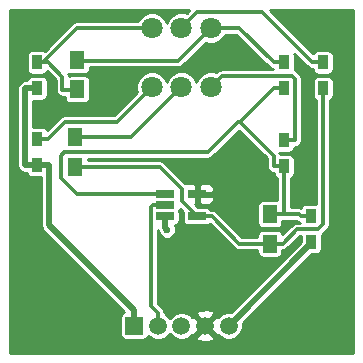
<source format=gtl>
%TF.GenerationSoftware,KiCad,Pcbnew,4.0.7*%
%TF.CreationDate,2018-01-14T16:32:45+11:00*%
%TF.ProjectId,BT_STACK,42545F535441434B2E6B696361645F70,rev?*%
%TF.FileFunction,Copper,L1,Top,Signal*%
%FSLAX46Y46*%
G04 Gerber Fmt 4.6, Leading zero omitted, Abs format (unit mm)*
G04 Created by KiCad (PCBNEW 4.0.7) date 01/14/18 16:32:45*
%MOMM*%
%LPD*%
G01*
G04 APERTURE LIST*
%ADD10C,0.100000*%
%ADD11R,0.900000X1.200000*%
%ADD12R,1.560000X0.650000*%
%ADD13R,1.250000X1.500000*%
%ADD14R,1.500000X1.500000*%
%ADD15C,1.500000*%
%ADD16C,1.800000*%
%ADD17C,0.600000*%
%ADD18C,0.500000*%
%ADD19C,0.300000*%
%ADD20C,0.254000*%
G04 APERTURE END LIST*
D10*
D11*
X193700000Y-75100000D03*
X193700000Y-72900000D03*
D12*
X183650000Y-84050000D03*
X183650000Y-85000000D03*
X183650000Y-85950000D03*
X186350000Y-85950000D03*
X186350000Y-84050000D03*
D13*
X176000000Y-79250000D03*
X176000000Y-81750000D03*
X192500000Y-85750000D03*
X192500000Y-88250000D03*
D11*
X197000000Y-72900000D03*
X197000000Y-75100000D03*
X172800000Y-72900000D03*
X172800000Y-75100000D03*
X172800000Y-79400000D03*
X172800000Y-81600000D03*
X193700000Y-81700000D03*
X193700000Y-79500000D03*
X196000000Y-88100000D03*
X196000000Y-85900000D03*
D14*
X181000000Y-95200000D03*
D15*
X183000000Y-95200000D03*
X185000000Y-95200000D03*
X187000000Y-95200000D03*
X189000000Y-95200000D03*
D16*
X187500000Y-70000000D03*
X185000000Y-70000000D03*
X182500000Y-70000000D03*
X187500000Y-75000000D03*
X185000000Y-75000000D03*
X182500000Y-75000000D03*
D13*
X176200000Y-72700000D03*
X176200000Y-75200000D03*
D17*
X187900000Y-84100000D03*
X183800000Y-87100000D03*
D18*
X187900000Y-84100000D02*
X186400000Y-84100000D01*
X186400000Y-84100000D02*
X186350000Y-84050000D01*
X183650000Y-85950000D02*
X183650000Y-86950000D01*
X183650000Y-86950000D02*
X183800000Y-87100000D01*
X171799700Y-81600000D02*
X171799700Y-75100000D01*
X172800000Y-81600000D02*
X171799700Y-81600000D01*
X172800000Y-75100000D02*
X171799700Y-75100000D01*
X173800300Y-86700000D02*
X173800300Y-81600000D01*
X181000000Y-93899700D02*
X173800300Y-86700000D01*
X172800000Y-81600000D02*
X173800300Y-81600000D01*
X181000000Y-95200000D02*
X181000000Y-93899700D01*
D19*
X180750000Y-79250000D02*
X176000000Y-79250000D01*
X185000000Y-75000000D02*
X180750000Y-79250000D01*
X185064000Y-84664100D02*
X186350000Y-85950000D01*
X185064000Y-83662300D02*
X185064000Y-84664100D01*
X183152000Y-81750000D02*
X185064000Y-83662300D01*
X176000000Y-81750000D02*
X183152000Y-81750000D01*
X189880000Y-88250000D02*
X192500000Y-88250000D01*
X187580000Y-85950000D02*
X189880000Y-88250000D01*
X186350000Y-85950000D02*
X187580000Y-85950000D01*
X197000000Y-86593800D02*
X197000000Y-75100000D01*
X196544000Y-87049600D02*
X197000000Y-86593800D01*
X194776000Y-87049600D02*
X196544000Y-87049600D01*
X193575000Y-88250000D02*
X194776000Y-87049600D01*
X192500000Y-88250000D02*
X193575000Y-88250000D01*
X189950000Y-77949800D02*
X189775000Y-77949800D01*
X187225000Y-80500100D02*
X175099900Y-80500100D01*
X189775000Y-77949800D02*
X187225000Y-80500100D01*
X175099900Y-80500100D02*
X174800000Y-80800000D01*
X174800000Y-80800000D02*
X174800000Y-82700000D01*
X176150000Y-84050000D02*
X183650000Y-84050000D01*
X174800000Y-82700000D02*
X176150000Y-84050000D01*
X192500000Y-85750000D02*
X193700000Y-85750000D01*
X195100000Y-85900000D02*
X196000000Y-85900000D01*
X194950000Y-85750000D02*
X195100000Y-85900000D01*
X193700000Y-85750000D02*
X194950000Y-85750000D01*
X193700000Y-85750000D02*
X193700000Y-81700000D01*
X192800000Y-75100000D02*
X193700000Y-75100000D01*
X189950000Y-77949800D02*
X192800000Y-75100000D01*
X192800000Y-80799700D02*
X189950000Y-77949800D01*
X192800000Y-81700000D02*
X192800000Y-80799700D01*
X193700000Y-81700000D02*
X192800000Y-81700000D01*
X189899700Y-70000000D02*
X192799700Y-72900000D01*
X187500000Y-70000000D02*
X189899700Y-70000000D01*
X193700000Y-72900000D02*
X192799700Y-72900000D01*
X184750000Y-72750000D02*
X187500000Y-70000000D01*
X176000000Y-72750000D02*
X184750000Y-72750000D01*
X172800000Y-72900000D02*
X173250000Y-72900000D01*
X174925000Y-75250000D02*
X176000000Y-75250000D01*
X174925000Y-74124400D02*
X174925000Y-75250000D01*
X173700000Y-72900000D02*
X174925000Y-74124400D01*
X173250000Y-72900000D02*
X173700000Y-72900000D01*
X176150000Y-70000000D02*
X182500000Y-70000000D01*
X173250000Y-72900000D02*
X176150000Y-70000000D01*
D18*
X196000000Y-88200000D02*
X196000000Y-88100000D01*
X189000000Y-95200000D02*
X196000000Y-88200000D01*
D19*
X191846500Y-68646800D02*
X196099700Y-72900000D01*
X186353200Y-68646800D02*
X191846500Y-68646800D01*
X185000000Y-70000000D02*
X186353200Y-68646800D01*
X197000000Y-72900000D02*
X196099700Y-72900000D01*
X175125300Y-77975000D02*
X173700300Y-79400000D01*
X179525000Y-77975000D02*
X175125300Y-77975000D01*
X182500000Y-75000000D02*
X179525000Y-77975000D01*
X172800000Y-79400000D02*
X173700300Y-79400000D01*
X194600300Y-74274500D02*
X194600300Y-79500000D01*
X194375400Y-74049600D02*
X194600300Y-74274500D01*
X188450400Y-74049600D02*
X194375400Y-74049600D01*
X187500000Y-75000000D02*
X188450400Y-74049600D01*
X193700000Y-79500000D02*
X194600300Y-79500000D01*
X183650000Y-85000000D02*
X182570000Y-85000000D01*
X182570000Y-85000000D02*
X182419999Y-85150001D01*
X182419999Y-85150001D02*
X182419999Y-93559339D01*
X182419999Y-93559339D02*
X183000000Y-94139340D01*
X183000000Y-94139340D02*
X183000000Y-95200000D01*
D20*
G36*
X185438692Y-68745307D02*
X185265115Y-68673231D01*
X184737202Y-68672771D01*
X184249297Y-68874369D01*
X183875681Y-69247334D01*
X183749940Y-69550149D01*
X183625631Y-69249297D01*
X183252666Y-68875681D01*
X182765115Y-68673231D01*
X182237202Y-68672771D01*
X181749297Y-68874369D01*
X181375681Y-69247334D01*
X181302738Y-69423000D01*
X176150000Y-69423000D01*
X175929192Y-69466922D01*
X175741999Y-69591999D01*
X175741997Y-69592002D01*
X173428697Y-71905301D01*
X173419381Y-71898936D01*
X173250000Y-71864635D01*
X172350000Y-71864635D01*
X172191763Y-71894409D01*
X172046433Y-71987927D01*
X171948936Y-72130619D01*
X171914635Y-72300000D01*
X171914635Y-73500000D01*
X171944409Y-73658237D01*
X172037927Y-73803567D01*
X172180619Y-73901064D01*
X172350000Y-73935365D01*
X173250000Y-73935365D01*
X173408237Y-73905591D01*
X173553567Y-73812073D01*
X173651064Y-73669381D01*
X173651484Y-73667309D01*
X174348000Y-74363484D01*
X174348000Y-75250000D01*
X174391922Y-75470808D01*
X174516999Y-75658001D01*
X174704192Y-75783078D01*
X174925000Y-75827000D01*
X175139635Y-75827000D01*
X175139635Y-75950000D01*
X175169409Y-76108237D01*
X175262927Y-76253567D01*
X175405619Y-76351064D01*
X175575000Y-76385365D01*
X176825000Y-76385365D01*
X176983237Y-76355591D01*
X177128567Y-76262073D01*
X177226064Y-76119381D01*
X177260365Y-75950000D01*
X177260365Y-74450000D01*
X177230591Y-74291763D01*
X177137073Y-74146433D01*
X176994381Y-74048936D01*
X176825000Y-74014635D01*
X175575000Y-74014635D01*
X175483592Y-74031834D01*
X175479893Y-74013263D01*
X175458078Y-73903592D01*
X175458038Y-73903532D01*
X175458024Y-73903461D01*
X175425716Y-73855134D01*
X175575000Y-73885365D01*
X176825000Y-73885365D01*
X176983237Y-73855591D01*
X177128567Y-73762073D01*
X177226064Y-73619381D01*
X177260365Y-73450000D01*
X177260365Y-73327000D01*
X184749995Y-73327000D01*
X184750000Y-73327001D01*
X184970808Y-73283078D01*
X185158001Y-73158001D01*
X187061308Y-71254693D01*
X187234885Y-71326769D01*
X187762798Y-71327229D01*
X188250703Y-71125631D01*
X188624319Y-70752666D01*
X188697262Y-70577000D01*
X189660698Y-70577000D01*
X192391697Y-73307998D01*
X192391699Y-73308001D01*
X192578892Y-73433078D01*
X192777580Y-73472600D01*
X188450405Y-73472600D01*
X188450400Y-73472599D01*
X188229592Y-73516522D01*
X188042399Y-73641599D01*
X188042397Y-73641602D01*
X187938692Y-73745307D01*
X187765115Y-73673231D01*
X187237202Y-73672771D01*
X186749297Y-73874369D01*
X186375681Y-74247334D01*
X186249940Y-74550149D01*
X186125631Y-74249297D01*
X185752666Y-73875681D01*
X185265115Y-73673231D01*
X184737202Y-73672771D01*
X184249297Y-73874369D01*
X183875681Y-74247334D01*
X183749940Y-74550149D01*
X183625631Y-74249297D01*
X183252666Y-73875681D01*
X182765115Y-73673231D01*
X182237202Y-73672771D01*
X181749297Y-73874369D01*
X181375681Y-74247334D01*
X181173231Y-74734885D01*
X181172771Y-75262798D01*
X181245407Y-75438591D01*
X179285998Y-77398000D01*
X175125300Y-77398000D01*
X174904492Y-77441922D01*
X174717299Y-77566999D01*
X174717297Y-77567002D01*
X173650479Y-78633819D01*
X173562073Y-78496433D01*
X173419381Y-78398936D01*
X173250000Y-78364635D01*
X172476700Y-78364635D01*
X172476700Y-76135365D01*
X173250000Y-76135365D01*
X173408237Y-76105591D01*
X173553567Y-76012073D01*
X173651064Y-75869381D01*
X173685365Y-75700000D01*
X173685365Y-74500000D01*
X173655591Y-74341763D01*
X173562073Y-74196433D01*
X173419381Y-74098936D01*
X173250000Y-74064635D01*
X172350000Y-74064635D01*
X172191763Y-74094409D01*
X172046433Y-74187927D01*
X171948936Y-74330619D01*
X171930228Y-74423000D01*
X171799700Y-74423000D01*
X171540623Y-74474534D01*
X171320989Y-74621289D01*
X171174234Y-74840923D01*
X171122700Y-75100000D01*
X171122700Y-81600000D01*
X171174234Y-81859077D01*
X171320989Y-82078711D01*
X171540623Y-82225466D01*
X171799700Y-82277000D01*
X171929123Y-82277000D01*
X171944409Y-82358237D01*
X172037927Y-82503567D01*
X172180619Y-82601064D01*
X172350000Y-82635365D01*
X173123300Y-82635365D01*
X173123300Y-86700000D01*
X173174834Y-86959077D01*
X173203441Y-87001890D01*
X173321589Y-87178711D01*
X180172159Y-94029282D01*
X180091763Y-94044409D01*
X179946433Y-94137927D01*
X179848936Y-94280619D01*
X179814635Y-94450000D01*
X179814635Y-95950000D01*
X179844409Y-96108237D01*
X179937927Y-96253567D01*
X180080619Y-96351064D01*
X180250000Y-96385365D01*
X181750000Y-96385365D01*
X181908237Y-96355591D01*
X182053567Y-96262073D01*
X182151064Y-96119381D01*
X182168542Y-96033074D01*
X182332412Y-96197230D01*
X182764853Y-96376795D01*
X183233093Y-96377204D01*
X183665846Y-96198394D01*
X183997230Y-95867588D01*
X183999784Y-95861437D01*
X184001606Y-95865846D01*
X184332412Y-96197230D01*
X184764853Y-96376795D01*
X185233093Y-96377204D01*
X185665846Y-96198394D01*
X185692769Y-96171517D01*
X186208088Y-96171517D01*
X186276077Y-96412460D01*
X186795171Y-96597201D01*
X187345448Y-96569230D01*
X187723923Y-96412460D01*
X187791912Y-96171517D01*
X187000000Y-95379605D01*
X186208088Y-96171517D01*
X185692769Y-96171517D01*
X185907022Y-95957638D01*
X186028483Y-95991912D01*
X186820395Y-95200000D01*
X186028483Y-94408088D01*
X185906819Y-94442419D01*
X185693257Y-94228483D01*
X186208088Y-94228483D01*
X187000000Y-95020395D01*
X187791912Y-94228483D01*
X187723923Y-93987540D01*
X187204829Y-93802799D01*
X186654552Y-93830770D01*
X186276077Y-93987540D01*
X186208088Y-94228483D01*
X185693257Y-94228483D01*
X185667588Y-94202770D01*
X185235147Y-94023205D01*
X184766907Y-94022796D01*
X184334154Y-94201606D01*
X184002770Y-94532412D01*
X184000216Y-94538563D01*
X183998394Y-94534154D01*
X183667588Y-94202770D01*
X183577000Y-94165155D01*
X183577000Y-94139340D01*
X183533078Y-93918532D01*
X183408001Y-93731339D01*
X183407998Y-93731337D01*
X182996999Y-93320337D01*
X182996999Y-87070650D01*
X183024534Y-87209077D01*
X183113420Y-87342104D01*
X183183320Y-87511275D01*
X183387650Y-87715961D01*
X183654756Y-87826874D01*
X183943975Y-87827126D01*
X184211275Y-87716680D01*
X184415961Y-87512350D01*
X184526874Y-87245244D01*
X184527126Y-86956025D01*
X184425621Y-86710365D01*
X184430000Y-86710365D01*
X184588237Y-86680591D01*
X184733567Y-86587073D01*
X184831064Y-86444381D01*
X184865365Y-86275000D01*
X184865365Y-85625000D01*
X184836104Y-85469491D01*
X184865365Y-85325000D01*
X184865365Y-85281450D01*
X185147148Y-85563211D01*
X185134635Y-85625000D01*
X185134635Y-86275000D01*
X185164409Y-86433237D01*
X185257927Y-86578567D01*
X185400619Y-86676064D01*
X185570000Y-86710365D01*
X187130000Y-86710365D01*
X187288237Y-86680591D01*
X187413794Y-86599796D01*
X189471997Y-88657998D01*
X189471999Y-88658001D01*
X189659192Y-88783078D01*
X189880000Y-88827000D01*
X191439635Y-88827000D01*
X191439635Y-89000000D01*
X191469409Y-89158237D01*
X191562927Y-89303567D01*
X191705619Y-89401064D01*
X191875000Y-89435365D01*
X193125000Y-89435365D01*
X193283237Y-89405591D01*
X193428567Y-89312073D01*
X193526064Y-89169381D01*
X193560365Y-89000000D01*
X193560365Y-88827000D01*
X193574851Y-88827000D01*
X193574856Y-88827001D01*
X193574861Y-88827000D01*
X193575000Y-88827000D01*
X193683496Y-88805419D01*
X193795675Y-88783133D01*
X193795736Y-88783092D01*
X193795808Y-88783078D01*
X193889315Y-88720599D01*
X193982899Y-88658103D01*
X195014917Y-87626600D01*
X195114635Y-87626600D01*
X195114635Y-88127943D01*
X189219387Y-94023191D01*
X188766907Y-94022796D01*
X188334154Y-94201606D01*
X188092978Y-94442362D01*
X187971517Y-94408088D01*
X187179605Y-95200000D01*
X187971517Y-95991912D01*
X188093181Y-95957581D01*
X188332412Y-96197230D01*
X188764853Y-96376795D01*
X189233093Y-96377204D01*
X189665846Y-96198394D01*
X189997230Y-95867588D01*
X190176795Y-95435147D01*
X190177192Y-94980230D01*
X196022057Y-89135365D01*
X196450000Y-89135365D01*
X196608237Y-89105591D01*
X196753567Y-89012073D01*
X196851064Y-88869381D01*
X196885365Y-88700000D01*
X196885365Y-87502133D01*
X196951911Y-87457690D01*
X196951998Y-87457603D01*
X196952001Y-87457601D01*
X196952003Y-87457598D01*
X197407911Y-87001890D01*
X197407946Y-87001838D01*
X197408001Y-87001801D01*
X197472286Y-86905591D01*
X197533029Y-86814725D01*
X197533041Y-86814663D01*
X197533078Y-86814608D01*
X197554789Y-86705463D01*
X197577001Y-86593927D01*
X197576988Y-86593861D01*
X197577000Y-86593800D01*
X197577000Y-76111469D01*
X197608237Y-76105591D01*
X197753567Y-76012073D01*
X197851064Y-75869381D01*
X197885365Y-75700000D01*
X197885365Y-74500000D01*
X197855591Y-74341763D01*
X197762073Y-74196433D01*
X197619381Y-74098936D01*
X197450000Y-74064635D01*
X196550000Y-74064635D01*
X196391763Y-74094409D01*
X196246433Y-74187927D01*
X196148936Y-74330619D01*
X196114635Y-74500000D01*
X196114635Y-75700000D01*
X196144409Y-75858237D01*
X196237927Y-76003567D01*
X196380619Y-76101064D01*
X196423000Y-76109646D01*
X196423000Y-84864635D01*
X195550000Y-84864635D01*
X195391763Y-84894409D01*
X195246433Y-84987927D01*
X195148936Y-85130619D01*
X195132983Y-85209398D01*
X194950000Y-85172999D01*
X194949995Y-85173000D01*
X194277000Y-85173000D01*
X194277000Y-82711469D01*
X194308237Y-82705591D01*
X194453567Y-82612073D01*
X194551064Y-82469381D01*
X194585365Y-82300000D01*
X194585365Y-81100000D01*
X194555591Y-80941763D01*
X194462073Y-80796433D01*
X194319381Y-80698936D01*
X194150000Y-80664635D01*
X193350134Y-80664635D01*
X193333078Y-80578892D01*
X193333075Y-80578888D01*
X193333074Y-80578882D01*
X193303996Y-80535365D01*
X194150000Y-80535365D01*
X194308237Y-80505591D01*
X194453567Y-80412073D01*
X194551064Y-80269381D01*
X194585365Y-80100000D01*
X194585365Y-80077000D01*
X194600300Y-80077000D01*
X194821108Y-80033078D01*
X195008301Y-79908001D01*
X195133378Y-79720808D01*
X195177300Y-79500000D01*
X195177300Y-74274505D01*
X195177301Y-74274500D01*
X195133378Y-74053692D01*
X195033085Y-73903592D01*
X195008301Y-73866499D01*
X195008298Y-73866497D01*
X194783401Y-73641599D01*
X194596208Y-73516522D01*
X194582569Y-73513809D01*
X194585365Y-73500000D01*
X194585365Y-72300000D01*
X194562574Y-72178876D01*
X195691699Y-73308001D01*
X195878892Y-73433078D01*
X196099700Y-73477000D01*
X196114635Y-73477000D01*
X196114635Y-73500000D01*
X196144409Y-73658237D01*
X196237927Y-73803567D01*
X196380619Y-73901064D01*
X196550000Y-73935365D01*
X197450000Y-73935365D01*
X197608237Y-73905591D01*
X197753567Y-73812073D01*
X197851064Y-73669381D01*
X197885365Y-73500000D01*
X197885365Y-72300000D01*
X197855591Y-72141763D01*
X197762073Y-71996433D01*
X197619381Y-71898936D01*
X197450000Y-71864635D01*
X196550000Y-71864635D01*
X196391763Y-71894409D01*
X196246433Y-71987927D01*
X196148936Y-72130619D01*
X196148496Y-72132794D01*
X192517702Y-68502000D01*
X199498000Y-68502000D01*
X199498000Y-97498000D01*
X170502000Y-97498000D01*
X170502000Y-68502000D01*
X185681999Y-68502000D01*
X185438692Y-68745307D01*
X185438692Y-68745307D01*
G37*
X185438692Y-68745307D02*
X185265115Y-68673231D01*
X184737202Y-68672771D01*
X184249297Y-68874369D01*
X183875681Y-69247334D01*
X183749940Y-69550149D01*
X183625631Y-69249297D01*
X183252666Y-68875681D01*
X182765115Y-68673231D01*
X182237202Y-68672771D01*
X181749297Y-68874369D01*
X181375681Y-69247334D01*
X181302738Y-69423000D01*
X176150000Y-69423000D01*
X175929192Y-69466922D01*
X175741999Y-69591999D01*
X175741997Y-69592002D01*
X173428697Y-71905301D01*
X173419381Y-71898936D01*
X173250000Y-71864635D01*
X172350000Y-71864635D01*
X172191763Y-71894409D01*
X172046433Y-71987927D01*
X171948936Y-72130619D01*
X171914635Y-72300000D01*
X171914635Y-73500000D01*
X171944409Y-73658237D01*
X172037927Y-73803567D01*
X172180619Y-73901064D01*
X172350000Y-73935365D01*
X173250000Y-73935365D01*
X173408237Y-73905591D01*
X173553567Y-73812073D01*
X173651064Y-73669381D01*
X173651484Y-73667309D01*
X174348000Y-74363484D01*
X174348000Y-75250000D01*
X174391922Y-75470808D01*
X174516999Y-75658001D01*
X174704192Y-75783078D01*
X174925000Y-75827000D01*
X175139635Y-75827000D01*
X175139635Y-75950000D01*
X175169409Y-76108237D01*
X175262927Y-76253567D01*
X175405619Y-76351064D01*
X175575000Y-76385365D01*
X176825000Y-76385365D01*
X176983237Y-76355591D01*
X177128567Y-76262073D01*
X177226064Y-76119381D01*
X177260365Y-75950000D01*
X177260365Y-74450000D01*
X177230591Y-74291763D01*
X177137073Y-74146433D01*
X176994381Y-74048936D01*
X176825000Y-74014635D01*
X175575000Y-74014635D01*
X175483592Y-74031834D01*
X175479893Y-74013263D01*
X175458078Y-73903592D01*
X175458038Y-73903532D01*
X175458024Y-73903461D01*
X175425716Y-73855134D01*
X175575000Y-73885365D01*
X176825000Y-73885365D01*
X176983237Y-73855591D01*
X177128567Y-73762073D01*
X177226064Y-73619381D01*
X177260365Y-73450000D01*
X177260365Y-73327000D01*
X184749995Y-73327000D01*
X184750000Y-73327001D01*
X184970808Y-73283078D01*
X185158001Y-73158001D01*
X187061308Y-71254693D01*
X187234885Y-71326769D01*
X187762798Y-71327229D01*
X188250703Y-71125631D01*
X188624319Y-70752666D01*
X188697262Y-70577000D01*
X189660698Y-70577000D01*
X192391697Y-73307998D01*
X192391699Y-73308001D01*
X192578892Y-73433078D01*
X192777580Y-73472600D01*
X188450405Y-73472600D01*
X188450400Y-73472599D01*
X188229592Y-73516522D01*
X188042399Y-73641599D01*
X188042397Y-73641602D01*
X187938692Y-73745307D01*
X187765115Y-73673231D01*
X187237202Y-73672771D01*
X186749297Y-73874369D01*
X186375681Y-74247334D01*
X186249940Y-74550149D01*
X186125631Y-74249297D01*
X185752666Y-73875681D01*
X185265115Y-73673231D01*
X184737202Y-73672771D01*
X184249297Y-73874369D01*
X183875681Y-74247334D01*
X183749940Y-74550149D01*
X183625631Y-74249297D01*
X183252666Y-73875681D01*
X182765115Y-73673231D01*
X182237202Y-73672771D01*
X181749297Y-73874369D01*
X181375681Y-74247334D01*
X181173231Y-74734885D01*
X181172771Y-75262798D01*
X181245407Y-75438591D01*
X179285998Y-77398000D01*
X175125300Y-77398000D01*
X174904492Y-77441922D01*
X174717299Y-77566999D01*
X174717297Y-77567002D01*
X173650479Y-78633819D01*
X173562073Y-78496433D01*
X173419381Y-78398936D01*
X173250000Y-78364635D01*
X172476700Y-78364635D01*
X172476700Y-76135365D01*
X173250000Y-76135365D01*
X173408237Y-76105591D01*
X173553567Y-76012073D01*
X173651064Y-75869381D01*
X173685365Y-75700000D01*
X173685365Y-74500000D01*
X173655591Y-74341763D01*
X173562073Y-74196433D01*
X173419381Y-74098936D01*
X173250000Y-74064635D01*
X172350000Y-74064635D01*
X172191763Y-74094409D01*
X172046433Y-74187927D01*
X171948936Y-74330619D01*
X171930228Y-74423000D01*
X171799700Y-74423000D01*
X171540623Y-74474534D01*
X171320989Y-74621289D01*
X171174234Y-74840923D01*
X171122700Y-75100000D01*
X171122700Y-81600000D01*
X171174234Y-81859077D01*
X171320989Y-82078711D01*
X171540623Y-82225466D01*
X171799700Y-82277000D01*
X171929123Y-82277000D01*
X171944409Y-82358237D01*
X172037927Y-82503567D01*
X172180619Y-82601064D01*
X172350000Y-82635365D01*
X173123300Y-82635365D01*
X173123300Y-86700000D01*
X173174834Y-86959077D01*
X173203441Y-87001890D01*
X173321589Y-87178711D01*
X180172159Y-94029282D01*
X180091763Y-94044409D01*
X179946433Y-94137927D01*
X179848936Y-94280619D01*
X179814635Y-94450000D01*
X179814635Y-95950000D01*
X179844409Y-96108237D01*
X179937927Y-96253567D01*
X180080619Y-96351064D01*
X180250000Y-96385365D01*
X181750000Y-96385365D01*
X181908237Y-96355591D01*
X182053567Y-96262073D01*
X182151064Y-96119381D01*
X182168542Y-96033074D01*
X182332412Y-96197230D01*
X182764853Y-96376795D01*
X183233093Y-96377204D01*
X183665846Y-96198394D01*
X183997230Y-95867588D01*
X183999784Y-95861437D01*
X184001606Y-95865846D01*
X184332412Y-96197230D01*
X184764853Y-96376795D01*
X185233093Y-96377204D01*
X185665846Y-96198394D01*
X185692769Y-96171517D01*
X186208088Y-96171517D01*
X186276077Y-96412460D01*
X186795171Y-96597201D01*
X187345448Y-96569230D01*
X187723923Y-96412460D01*
X187791912Y-96171517D01*
X187000000Y-95379605D01*
X186208088Y-96171517D01*
X185692769Y-96171517D01*
X185907022Y-95957638D01*
X186028483Y-95991912D01*
X186820395Y-95200000D01*
X186028483Y-94408088D01*
X185906819Y-94442419D01*
X185693257Y-94228483D01*
X186208088Y-94228483D01*
X187000000Y-95020395D01*
X187791912Y-94228483D01*
X187723923Y-93987540D01*
X187204829Y-93802799D01*
X186654552Y-93830770D01*
X186276077Y-93987540D01*
X186208088Y-94228483D01*
X185693257Y-94228483D01*
X185667588Y-94202770D01*
X185235147Y-94023205D01*
X184766907Y-94022796D01*
X184334154Y-94201606D01*
X184002770Y-94532412D01*
X184000216Y-94538563D01*
X183998394Y-94534154D01*
X183667588Y-94202770D01*
X183577000Y-94165155D01*
X183577000Y-94139340D01*
X183533078Y-93918532D01*
X183408001Y-93731339D01*
X183407998Y-93731337D01*
X182996999Y-93320337D01*
X182996999Y-87070650D01*
X183024534Y-87209077D01*
X183113420Y-87342104D01*
X183183320Y-87511275D01*
X183387650Y-87715961D01*
X183654756Y-87826874D01*
X183943975Y-87827126D01*
X184211275Y-87716680D01*
X184415961Y-87512350D01*
X184526874Y-87245244D01*
X184527126Y-86956025D01*
X184425621Y-86710365D01*
X184430000Y-86710365D01*
X184588237Y-86680591D01*
X184733567Y-86587073D01*
X184831064Y-86444381D01*
X184865365Y-86275000D01*
X184865365Y-85625000D01*
X184836104Y-85469491D01*
X184865365Y-85325000D01*
X184865365Y-85281450D01*
X185147148Y-85563211D01*
X185134635Y-85625000D01*
X185134635Y-86275000D01*
X185164409Y-86433237D01*
X185257927Y-86578567D01*
X185400619Y-86676064D01*
X185570000Y-86710365D01*
X187130000Y-86710365D01*
X187288237Y-86680591D01*
X187413794Y-86599796D01*
X189471997Y-88657998D01*
X189471999Y-88658001D01*
X189659192Y-88783078D01*
X189880000Y-88827000D01*
X191439635Y-88827000D01*
X191439635Y-89000000D01*
X191469409Y-89158237D01*
X191562927Y-89303567D01*
X191705619Y-89401064D01*
X191875000Y-89435365D01*
X193125000Y-89435365D01*
X193283237Y-89405591D01*
X193428567Y-89312073D01*
X193526064Y-89169381D01*
X193560365Y-89000000D01*
X193560365Y-88827000D01*
X193574851Y-88827000D01*
X193574856Y-88827001D01*
X193574861Y-88827000D01*
X193575000Y-88827000D01*
X193683496Y-88805419D01*
X193795675Y-88783133D01*
X193795736Y-88783092D01*
X193795808Y-88783078D01*
X193889315Y-88720599D01*
X193982899Y-88658103D01*
X195014917Y-87626600D01*
X195114635Y-87626600D01*
X195114635Y-88127943D01*
X189219387Y-94023191D01*
X188766907Y-94022796D01*
X188334154Y-94201606D01*
X188092978Y-94442362D01*
X187971517Y-94408088D01*
X187179605Y-95200000D01*
X187971517Y-95991912D01*
X188093181Y-95957581D01*
X188332412Y-96197230D01*
X188764853Y-96376795D01*
X189233093Y-96377204D01*
X189665846Y-96198394D01*
X189997230Y-95867588D01*
X190176795Y-95435147D01*
X190177192Y-94980230D01*
X196022057Y-89135365D01*
X196450000Y-89135365D01*
X196608237Y-89105591D01*
X196753567Y-89012073D01*
X196851064Y-88869381D01*
X196885365Y-88700000D01*
X196885365Y-87502133D01*
X196951911Y-87457690D01*
X196951998Y-87457603D01*
X196952001Y-87457601D01*
X196952003Y-87457598D01*
X197407911Y-87001890D01*
X197407946Y-87001838D01*
X197408001Y-87001801D01*
X197472286Y-86905591D01*
X197533029Y-86814725D01*
X197533041Y-86814663D01*
X197533078Y-86814608D01*
X197554789Y-86705463D01*
X197577001Y-86593927D01*
X197576988Y-86593861D01*
X197577000Y-86593800D01*
X197577000Y-76111469D01*
X197608237Y-76105591D01*
X197753567Y-76012073D01*
X197851064Y-75869381D01*
X197885365Y-75700000D01*
X197885365Y-74500000D01*
X197855591Y-74341763D01*
X197762073Y-74196433D01*
X197619381Y-74098936D01*
X197450000Y-74064635D01*
X196550000Y-74064635D01*
X196391763Y-74094409D01*
X196246433Y-74187927D01*
X196148936Y-74330619D01*
X196114635Y-74500000D01*
X196114635Y-75700000D01*
X196144409Y-75858237D01*
X196237927Y-76003567D01*
X196380619Y-76101064D01*
X196423000Y-76109646D01*
X196423000Y-84864635D01*
X195550000Y-84864635D01*
X195391763Y-84894409D01*
X195246433Y-84987927D01*
X195148936Y-85130619D01*
X195132983Y-85209398D01*
X194950000Y-85172999D01*
X194949995Y-85173000D01*
X194277000Y-85173000D01*
X194277000Y-82711469D01*
X194308237Y-82705591D01*
X194453567Y-82612073D01*
X194551064Y-82469381D01*
X194585365Y-82300000D01*
X194585365Y-81100000D01*
X194555591Y-80941763D01*
X194462073Y-80796433D01*
X194319381Y-80698936D01*
X194150000Y-80664635D01*
X193350134Y-80664635D01*
X193333078Y-80578892D01*
X193333075Y-80578888D01*
X193333074Y-80578882D01*
X193303996Y-80535365D01*
X194150000Y-80535365D01*
X194308237Y-80505591D01*
X194453567Y-80412073D01*
X194551064Y-80269381D01*
X194585365Y-80100000D01*
X194585365Y-80077000D01*
X194600300Y-80077000D01*
X194821108Y-80033078D01*
X195008301Y-79908001D01*
X195133378Y-79720808D01*
X195177300Y-79500000D01*
X195177300Y-74274505D01*
X195177301Y-74274500D01*
X195133378Y-74053692D01*
X195033085Y-73903592D01*
X195008301Y-73866499D01*
X195008298Y-73866497D01*
X194783401Y-73641599D01*
X194596208Y-73516522D01*
X194582569Y-73513809D01*
X194585365Y-73500000D01*
X194585365Y-72300000D01*
X194562574Y-72178876D01*
X195691699Y-73308001D01*
X195878892Y-73433078D01*
X196099700Y-73477000D01*
X196114635Y-73477000D01*
X196114635Y-73500000D01*
X196144409Y-73658237D01*
X196237927Y-73803567D01*
X196380619Y-73901064D01*
X196550000Y-73935365D01*
X197450000Y-73935365D01*
X197608237Y-73905591D01*
X197753567Y-73812073D01*
X197851064Y-73669381D01*
X197885365Y-73500000D01*
X197885365Y-72300000D01*
X197855591Y-72141763D01*
X197762073Y-71996433D01*
X197619381Y-71898936D01*
X197450000Y-71864635D01*
X196550000Y-71864635D01*
X196391763Y-71894409D01*
X196246433Y-71987927D01*
X196148936Y-72130619D01*
X196148496Y-72132794D01*
X192517702Y-68502000D01*
X199498000Y-68502000D01*
X199498000Y-97498000D01*
X170502000Y-97498000D01*
X170502000Y-68502000D01*
X185681999Y-68502000D01*
X185438692Y-68745307D01*
G36*
X192223000Y-81038707D02*
X192223000Y-81700000D01*
X192266922Y-81920808D01*
X192391999Y-82108001D01*
X192579192Y-82233078D01*
X192800000Y-82277000D01*
X192814635Y-82277000D01*
X192814635Y-82300000D01*
X192844409Y-82458237D01*
X192937927Y-82603567D01*
X193080619Y-82701064D01*
X193123000Y-82709646D01*
X193123000Y-84564635D01*
X191875000Y-84564635D01*
X191716763Y-84594409D01*
X191571433Y-84687927D01*
X191473936Y-84830619D01*
X191439635Y-85000000D01*
X191439635Y-86500000D01*
X191469409Y-86658237D01*
X191562927Y-86803567D01*
X191705619Y-86901064D01*
X191875000Y-86935365D01*
X193125000Y-86935365D01*
X193283237Y-86905591D01*
X193428567Y-86812073D01*
X193526064Y-86669381D01*
X193560365Y-86500000D01*
X193560365Y-86327000D01*
X194720433Y-86327000D01*
X194879192Y-86433078D01*
X195077875Y-86472600D01*
X194776000Y-86472600D01*
X194665543Y-86494572D01*
X194555325Y-86516467D01*
X194555264Y-86516508D01*
X194555192Y-86516522D01*
X194460281Y-86579939D01*
X194368101Y-86641498D01*
X194368002Y-86641597D01*
X194367999Y-86641599D01*
X194367997Y-86641602D01*
X193552261Y-87456930D01*
X193530591Y-87341763D01*
X193437073Y-87196433D01*
X193294381Y-87098936D01*
X193125000Y-87064635D01*
X191875000Y-87064635D01*
X191716763Y-87094409D01*
X191571433Y-87187927D01*
X191473936Y-87330619D01*
X191439635Y-87500000D01*
X191439635Y-87673000D01*
X190119001Y-87673000D01*
X187988001Y-85541999D01*
X187800808Y-85416922D01*
X187580000Y-85372999D01*
X187579995Y-85373000D01*
X187475256Y-85373000D01*
X187442073Y-85321433D01*
X187299381Y-85223936D01*
X187130000Y-85189635D01*
X186405609Y-85189635D01*
X186145102Y-84929148D01*
X186223000Y-84851250D01*
X186223000Y-84177000D01*
X186477000Y-84177000D01*
X186477000Y-84851250D01*
X186635750Y-85010000D01*
X187256309Y-85010000D01*
X187489698Y-84913327D01*
X187668327Y-84734699D01*
X187765000Y-84501310D01*
X187765000Y-84335750D01*
X187606250Y-84177000D01*
X186477000Y-84177000D01*
X186223000Y-84177000D01*
X186203000Y-84177000D01*
X186203000Y-83923000D01*
X186223000Y-83923000D01*
X186223000Y-83248750D01*
X186477000Y-83248750D01*
X186477000Y-83923000D01*
X187606250Y-83923000D01*
X187765000Y-83764250D01*
X187765000Y-83598690D01*
X187668327Y-83365301D01*
X187489698Y-83186673D01*
X187256309Y-83090000D01*
X186635750Y-83090000D01*
X186477000Y-83248750D01*
X186223000Y-83248750D01*
X186064250Y-83090000D01*
X185443691Y-83090000D01*
X185347545Y-83129825D01*
X183560033Y-81342031D01*
X183560014Y-81342018D01*
X183560001Y-81341999D01*
X183468361Y-81280768D01*
X183372850Y-81216939D01*
X183372826Y-81216934D01*
X183372808Y-81216922D01*
X183270198Y-81196511D01*
X183152045Y-81172999D01*
X183152020Y-81173004D01*
X183152000Y-81173000D01*
X177060365Y-81173000D01*
X177060365Y-81077100D01*
X187225000Y-81077100D01*
X187225014Y-81077097D01*
X187225034Y-81077101D01*
X187344089Y-81053411D01*
X187445808Y-81033178D01*
X187445822Y-81033169D01*
X187445840Y-81033165D01*
X187541824Y-80969023D01*
X187633001Y-80908101D01*
X187633011Y-80908087D01*
X187633025Y-80908077D01*
X189862525Y-78678314D01*
X192223000Y-81038707D01*
X192223000Y-81038707D01*
G37*
X192223000Y-81038707D02*
X192223000Y-81700000D01*
X192266922Y-81920808D01*
X192391999Y-82108001D01*
X192579192Y-82233078D01*
X192800000Y-82277000D01*
X192814635Y-82277000D01*
X192814635Y-82300000D01*
X192844409Y-82458237D01*
X192937927Y-82603567D01*
X193080619Y-82701064D01*
X193123000Y-82709646D01*
X193123000Y-84564635D01*
X191875000Y-84564635D01*
X191716763Y-84594409D01*
X191571433Y-84687927D01*
X191473936Y-84830619D01*
X191439635Y-85000000D01*
X191439635Y-86500000D01*
X191469409Y-86658237D01*
X191562927Y-86803567D01*
X191705619Y-86901064D01*
X191875000Y-86935365D01*
X193125000Y-86935365D01*
X193283237Y-86905591D01*
X193428567Y-86812073D01*
X193526064Y-86669381D01*
X193560365Y-86500000D01*
X193560365Y-86327000D01*
X194720433Y-86327000D01*
X194879192Y-86433078D01*
X195077875Y-86472600D01*
X194776000Y-86472600D01*
X194665543Y-86494572D01*
X194555325Y-86516467D01*
X194555264Y-86516508D01*
X194555192Y-86516522D01*
X194460281Y-86579939D01*
X194368101Y-86641498D01*
X194368002Y-86641597D01*
X194367999Y-86641599D01*
X194367997Y-86641602D01*
X193552261Y-87456930D01*
X193530591Y-87341763D01*
X193437073Y-87196433D01*
X193294381Y-87098936D01*
X193125000Y-87064635D01*
X191875000Y-87064635D01*
X191716763Y-87094409D01*
X191571433Y-87187927D01*
X191473936Y-87330619D01*
X191439635Y-87500000D01*
X191439635Y-87673000D01*
X190119001Y-87673000D01*
X187988001Y-85541999D01*
X187800808Y-85416922D01*
X187580000Y-85372999D01*
X187579995Y-85373000D01*
X187475256Y-85373000D01*
X187442073Y-85321433D01*
X187299381Y-85223936D01*
X187130000Y-85189635D01*
X186405609Y-85189635D01*
X186145102Y-84929148D01*
X186223000Y-84851250D01*
X186223000Y-84177000D01*
X186477000Y-84177000D01*
X186477000Y-84851250D01*
X186635750Y-85010000D01*
X187256309Y-85010000D01*
X187489698Y-84913327D01*
X187668327Y-84734699D01*
X187765000Y-84501310D01*
X187765000Y-84335750D01*
X187606250Y-84177000D01*
X186477000Y-84177000D01*
X186223000Y-84177000D01*
X186203000Y-84177000D01*
X186203000Y-83923000D01*
X186223000Y-83923000D01*
X186223000Y-83248750D01*
X186477000Y-83248750D01*
X186477000Y-83923000D01*
X187606250Y-83923000D01*
X187765000Y-83764250D01*
X187765000Y-83598690D01*
X187668327Y-83365301D01*
X187489698Y-83186673D01*
X187256309Y-83090000D01*
X186635750Y-83090000D01*
X186477000Y-83248750D01*
X186223000Y-83248750D01*
X186064250Y-83090000D01*
X185443691Y-83090000D01*
X185347545Y-83129825D01*
X183560033Y-81342031D01*
X183560014Y-81342018D01*
X183560001Y-81341999D01*
X183468361Y-81280768D01*
X183372850Y-81216939D01*
X183372826Y-81216934D01*
X183372808Y-81216922D01*
X183270198Y-81196511D01*
X183152045Y-81172999D01*
X183152020Y-81173004D01*
X183152000Y-81173000D01*
X177060365Y-81173000D01*
X177060365Y-81077100D01*
X187225000Y-81077100D01*
X187225014Y-81077097D01*
X187225034Y-81077101D01*
X187344089Y-81053411D01*
X187445808Y-81033178D01*
X187445822Y-81033169D01*
X187445840Y-81033165D01*
X187541824Y-80969023D01*
X187633001Y-80908101D01*
X187633011Y-80908087D01*
X187633025Y-80908077D01*
X189862525Y-78678314D01*
X192223000Y-81038707D01*
M02*

</source>
